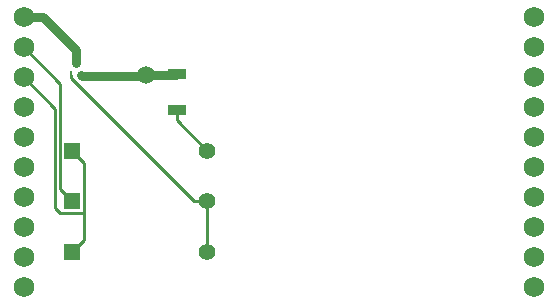
<source format=gbr>
%TF.GenerationSoftware,KiCad,Pcbnew,8.0.8*%
%TF.CreationDate,2025-02-16T23:44:41-05:00*%
%TF.ProjectId,Throttle Latching Module V2.0,5468726f-7474-46c6-9520-4c6174636869,rev?*%
%TF.SameCoordinates,Original*%
%TF.FileFunction,Copper,L1,Top*%
%TF.FilePolarity,Positive*%
%FSLAX46Y46*%
G04 Gerber Fmt 4.6, Leading zero omitted, Abs format (unit mm)*
G04 Created by KiCad (PCBNEW 8.0.8) date 2025-02-16 23:44:41*
%MOMM*%
%LPD*%
G01*
G04 APERTURE LIST*
%TA.AperFunction,ComponentPad*%
%ADD10R,1.397000X1.397000*%
%TD*%
%TA.AperFunction,ComponentPad*%
%ADD11C,1.397000*%
%TD*%
%TA.AperFunction,ComponentPad*%
%ADD12C,1.750000*%
%TD*%
%TA.AperFunction,SMDPad,CuDef*%
%ADD13R,1.600200X0.863600*%
%TD*%
%TA.AperFunction,SMDPad,CuDef*%
%ADD14R,0.279400X0.660400*%
%TD*%
%TA.AperFunction,SMDPad,CuDef*%
%ADD15R,0.381000X0.660400*%
%TD*%
%TA.AperFunction,ViaPad*%
%ADD16C,1.500000*%
%TD*%
%TA.AperFunction,Conductor*%
%ADD17C,0.750000*%
%TD*%
%TA.AperFunction,Conductor*%
%ADD18C,0.250000*%
%TD*%
%TA.AperFunction,Conductor*%
%ADD19C,0.200000*%
%TD*%
G04 APERTURE END LIST*
D10*
%TO.P,R2,1*%
%TO.N,Net-(J1-Pad2)*%
X26670000Y-38123400D03*
D11*
%TO.P,R2,2*%
%TO.N,Net-(Q1-G)*%
X38100000Y-38123400D03*
%TD*%
D10*
%TO.P,R3,1*%
%TO.N,Net-(J1-Pad3)*%
X26670000Y-42400000D03*
D11*
%TO.P,R3,2*%
%TO.N,Net-(Q1-G)*%
X38100000Y-42400000D03*
%TD*%
D12*
%TO.P,J1,1,1*%
%TO.N,Net-(Q1-D)*%
X22550000Y-22550000D03*
%TO.P,J1,2,2*%
%TO.N,Net-(J1-Pad2)*%
X22550000Y-25090000D03*
%TO.P,J1,3,3*%
%TO.N,Net-(J1-Pad3)*%
X22550000Y-27630000D03*
%TO.P,J1,4,4*%
%TO.N,Net-(D1-A)*%
X22550000Y-30170000D03*
%TO.P,J1,5,5*%
%TO.N,unconnected-(J1-Pad5)*%
X22550000Y-32710000D03*
%TO.P,J1,6,6*%
%TO.N,unconnected-(J1-Pad6)*%
X22550000Y-35250000D03*
%TO.P,J1,7,7*%
%TO.N,unconnected-(J1-Pad7)*%
X22550000Y-37790000D03*
%TO.P,J1,8,8*%
%TO.N,unconnected-(J1-Pad8)*%
X22550000Y-40330000D03*
%TO.P,J1,9,9*%
%TO.N,unconnected-(J1-Pad9)*%
X22550000Y-42870000D03*
%TO.P,J1,10,10*%
%TO.N,unconnected-(J1-Pad10)*%
X22550000Y-45410000D03*
%TD*%
D13*
%TO.P,D1,1,K*%
%TO.N,Net-(D1-K)*%
X35500000Y-30400000D03*
%TO.P,D1,2,A*%
%TO.N,Net-(D1-A)*%
X35500000Y-27352000D03*
%TD*%
D10*
%TO.P,R1,1*%
%TO.N,Net-(J1-Pad3)*%
X26670000Y-33846800D03*
D11*
%TO.P,R1,2*%
%TO.N,Net-(D1-K)*%
X38100000Y-33846800D03*
%TD*%
D14*
%TO.P,Q1,1,G*%
%TO.N,Net-(Q1-G)*%
X26600000Y-27400000D03*
%TO.P,Q1,2,S*%
%TO.N,Net-(D1-A)*%
X27400100Y-27400000D03*
D15*
%TO.P,Q1,3,D*%
%TO.N,Net-(Q1-D)*%
X27000050Y-26409400D03*
%TD*%
D12*
%TO.P,J1,1,1*%
%TO.N,N/C*%
X65730000Y-22550000D03*
%TO.P,J1,2,2*%
X65730000Y-25090000D03*
%TO.P,J1,3,3*%
X65730000Y-27630000D03*
%TO.P,J1,4,4*%
X65730000Y-30170000D03*
%TO.P,J1,5,5*%
X65730000Y-32710000D03*
%TO.P,J1,6,6*%
X65730000Y-35250000D03*
%TO.P,J1,7,7*%
X65730000Y-37790000D03*
%TO.P,J1,8,8*%
X65730000Y-40330000D03*
%TO.P,J1,9,9*%
X65730000Y-42870000D03*
%TO.P,J1,10,10*%
X65730000Y-45410000D03*
%TD*%
D16*
%TO.N,Net-(D1-A)*%
X32900000Y-27400000D03*
%TD*%
D17*
%TO.N,Net-(D1-A)*%
X32500000Y-27500000D02*
X27500100Y-27500000D01*
X32600000Y-27400000D02*
X32500000Y-27500000D01*
X32900000Y-27400000D02*
X35452000Y-27400000D01*
X32900000Y-27400000D02*
X32600000Y-27400000D01*
X27500100Y-27500000D02*
X27400100Y-27400000D01*
X35452000Y-27400000D02*
X35500000Y-27352000D01*
D18*
%TO.N,Net-(D1-K)*%
X35500000Y-30400000D02*
X35500000Y-31246800D01*
X35500000Y-31246800D02*
X38100000Y-33846800D01*
%TO.N,Net-(J1-Pad3)*%
X27693500Y-34870300D02*
X27693500Y-39146900D01*
X26670000Y-42400000D02*
X27693500Y-41376500D01*
X26670000Y-33846800D02*
X27693500Y-34870300D01*
X25196500Y-38696900D02*
X25196500Y-30276500D01*
X27693500Y-39146900D02*
X25646500Y-39146900D01*
X25646500Y-39146900D02*
X25196500Y-38696900D01*
X25196500Y-30276500D02*
X22550000Y-27630000D01*
X27693500Y-41376500D02*
X27693500Y-34870300D01*
D17*
%TO.N,Net-(Q1-D)*%
X27000050Y-25329200D02*
X24220850Y-22550000D01*
D19*
X22563800Y-22536200D02*
X22550000Y-22550000D01*
D17*
X27000050Y-26409400D02*
X27000050Y-25329200D01*
X24220850Y-22550000D02*
X22550000Y-22550000D01*
D18*
%TO.N,Net-(J1-Pad2)*%
X22610000Y-25150000D02*
X22550000Y-25090000D01*
X26670000Y-38123400D02*
X25646500Y-37099900D01*
X25646500Y-28186500D02*
X22550000Y-25090000D01*
X25646500Y-37099900D02*
X25646500Y-28186500D01*
%TO.N,Net-(Q1-G)*%
X37003600Y-38123400D02*
X26600000Y-27719800D01*
X26600000Y-27719800D02*
X26600000Y-27400000D01*
X38100000Y-38123400D02*
X37003600Y-38123400D01*
X38100000Y-38123400D02*
X38100000Y-42400000D01*
%TD*%
M02*

</source>
